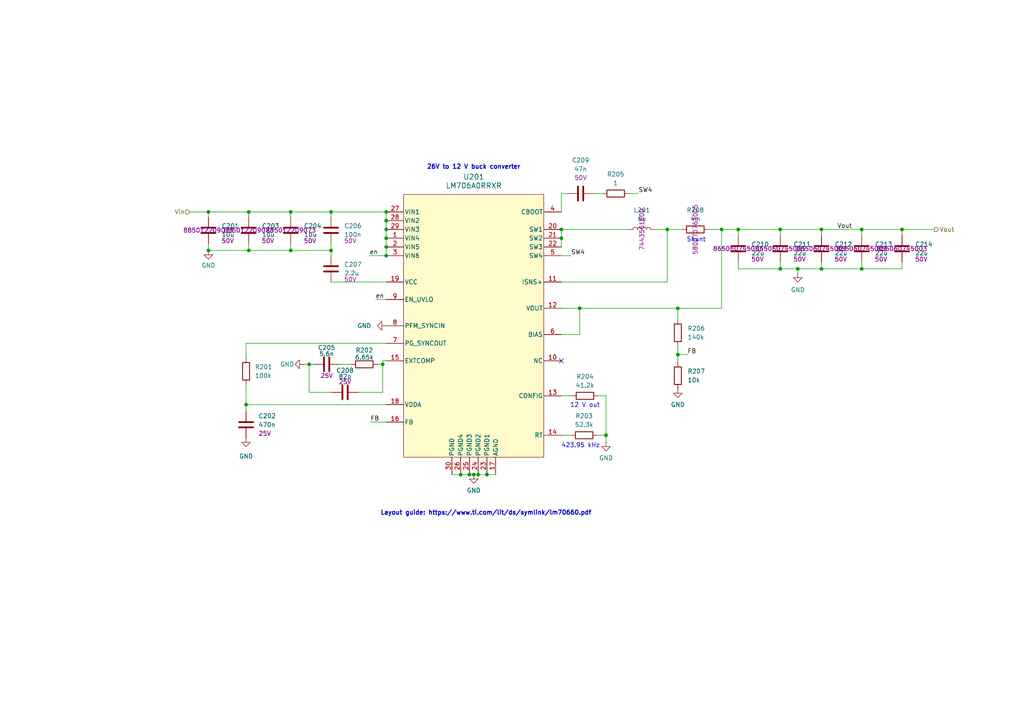
<source format=kicad_sch>
(kicad_sch (version 20250114) (generator "eeschema") (generator_version "9.0")
  (paper "A4")
  (lib_symbols
    (symbol "Device:C" (pin_numbers (hide yes)) (pin_names (offset 0.254))
      (property "Reference" "C" (at 0.635 2.54 0))
      (property "Value" "C" (at 0.635 -2.54 0))
      (symbol "C_0_1"
        (polyline (pts (xy -2.032 0.762) (xy 2.032 0.762)) (stroke (width 0.508)))
        (polyline (pts (xy -2.032 -0.762) (xy 2.032 -0.762)) (stroke (width 0.508)))
      )
      (symbol "C_1_1"
        (pin passive line (at 0 3.81 270) (length 2.794) (name "~") (number "1"))
        (pin passive line (at 0 -3.81 90) (length 2.794) (name "~") (number "2"))
      )
    )
    (symbol "Device:L" (pin_numbers (hide yes)) (pin_names (offset 1.016) (hide yes))
      (property "Reference" "L" (at -1.27 0 90))
      (property "Value" "L" (at 1.905 0 90))
      (symbol "L_0_1"
        (arc (start 0 2.54) (mid 0.6323 1.905) (end 0 1.27))
        (arc (start 0 1.27) (mid 0.6323 0.635) (end 0 0))
        (arc (start 0 0) (mid 0.6323 -0.635) (end 0 -1.27))
        (arc (start 0 -1.27) (mid 0.6323 -1.905) (end 0 -2.54))
      )
      (symbol "L_1_1"
        (pin passive line (at 0 3.81 270) (length 1.27) (name "1") (number "1"))
        (pin passive line (at 0 -3.81 90) (length 1.27) (name "2") (number "2"))
      )
    )
    (symbol "Device:R" (pin_numbers (hide yes)) (pin_names (offset 0))
      (property "Reference" "R" (at 2.032 0 90))
      (property "Value" "R" (at 0 0 90))
      (symbol "R_0_1"
        (rectangle (start -1.016 -2.54) (end 1.016 2.54) (stroke (width 0.254)))
      )
      (symbol "R_1_1"
        (pin passive line (at 0 3.81 270) (length 1.27) (name "~") (number "1"))
        (pin passive line (at 0 -3.81 90) (length 1.27) (name "~") (number "2"))
      )
    )
    (symbol "KTHFS:LM706A0RRXR" (pin_names (offset 0.254))
      (property "Reference" "U" (at 0 2.54 0))
      (property "Value" "LM706A0RRXR" (at 0 0 0))
      (symbol "LM706A0RRXR_0_1"
        (pin power_in line (at -1.27 0 0) (length 5.08) (name "VIN1") (number "27"))
        (pin power_in line (at -1.27 -2.54 0) (length 5.08) (name "VIN2") (number "28"))
        (pin power_in line (at -1.27 -5.08 0) (length 5.08) (name "VIN3") (number "29"))
        (pin power_in line (at -1.27 -7.62 0) (length 5.08) (name "VIN4") (number "1"))
        (pin power_in line (at -1.27 -10.16 0) (length 5.08) (name "VIN5") (number "2"))
        (pin power_in line (at -1.27 -12.7 0) (length 5.08) (name "VIN6") (number "3"))
        (pin power_in line (at -1.27 -20.32 0) (length 5.08) (name "VCC") (number "19"))
        (pin input line (at -1.27 -25.4 0) (length 5.08) (name "EN_UVLO") (number "9"))
        (pin input line (at -1.27 -33.02 0) (length 5.08) (name "PFM_SYNCIN") (number "8"))
        (pin output line (at -1.27 -38.1 0) (length 5.08) (name "PG_SYNCOUT") (number "7"))
        (pin unspecified line (at -1.27 -43.18 0) (length 5.08) (name "EXTCOMP") (number "15"))
        (pin power_in line (at -1.27 -55.88 0) (length 5.08) (name "VDDA") (number "18"))
        (pin unspecified line (at -1.27 -60.96 0) (length 5.08) (name "FB") (number "16"))
        (pin power_in line (at 17.78 -76.2 90) (length 5.08) (name "PGND") (number "30"))
        (pin power_in line (at 20.32 -76.2 90) (length 5.08) (name "PGND4") (number "26"))
        (pin power_in line (at 22.86 -76.2 90) (length 5.08) (name "PGND3") (number "25"))
        (pin power_in line (at 25.4 -76.2 90) (length 5.08) (name "PGND2") (number "24"))
        (pin power_in line (at 27.94 -76.2 90) (length 5.08) (name "PGND1") (number "23"))
        (pin power_in line (at 30.48 -76.2 90) (length 5.08) (name "AGND") (number "17"))
        (pin unspecified line (at 49.53 0 180) (length 5.08) (name "CBOOT") (number "4"))
        (pin unspecified line (at 49.53 -5.08 180) (length 5.08) (name "SW1") (number "20"))
        (pin unspecified line (at 49.53 -7.62 180) (length 5.08) (name "SW2") (number "21"))
        (pin unspecified line (at 49.53 -10.16 180) (length 5.08) (name "SW3") (number "22"))
        (pin unspecified line (at 49.53 -12.7 180) (length 5.08) (name "SW4") (number "5"))
        (pin unspecified line (at 49.53 -20.32 180) (length 5.08) (name "ISNS+") (number "11"))
        (pin unspecified line (at 49.53 -27.94 180) (length 5.08) (name "VOUT") (number "12"))
        (pin unspecified line (at 49.53 -35.56 180) (length 5.08) (name "BIAS") (number "6"))
        (pin unspecified line (at 49.53 -43.18 180) (length 5.08) (name "NC") (number "10"))
        (pin input line (at 49.53 -53.34 180) (length 5.08) (name "CONFIG") (number "13"))
        (pin unspecified line (at 49.53 -64.77 180) (length 5.08) (name "RT") (number "14"))
      )
      (symbol "LM706A0RRXR_1_1"
        (rectangle (start 3.81 5.08) (end 44.45 -71.12) (fill (type color) (color 255 251 202 1)))
      )
    )
    (symbol "power:GND" (power) (pin_numbers (hide yes)) (pin_names (offset 0) (hide yes))
      (property "Value" "GND" (at 0 -3.81 0))
      (symbol "GND_0_1"
        (polyline (pts (xy 0 0) (xy 0 -1.27) (xy 1.27 -1.27) (xy 0 -2.54) (xy -1.27 -1.27) (xy 0 -1.27)))
      )
      (symbol "GND_1_1"
        (pin power_in line (at 0 0 270) (length 0) (name "~") (number "1"))
      )
    )
  )
  (text "Shunt" (at 201.93 69.596 0) (effects (font (size 1.27 1.27) (thickness 0.1588))))
  (text "26V to 12 V buck converter" (at 137.414 48.514 0) (effects (font (size 1.27 1.27) (thickness 0.254) (bold yes))))
  (text "Layout guide: https://www.ti.com/lit/ds/symlink/lm70660.pdf" (at 140.97 148.844 0) (effects (font (size 1.27 1.27) (thickness 0.254) (bold yes))))
  (text "423.95 kHz" (at 168.402 129.286 0) (effects (font (size 1.27 1.27) (thickness 0.1588))))
  (text "12 V out" (at 169.672 117.602 0) (effects (font (size 1.27 1.27) (thickness 0.1588))))
  (junction (at 112.014 64.008))
  (junction (at 133.604 137.668))
  (junction (at 261.62 66.548))
  (junction (at 60.452 72.644))
  (junction (at 89.662 105.664))
  (junction (at 162.814 69.088))
  (junction (at 96.012 61.468))
  (junction (at 162.814 66.548))
  (junction (at 71.374 117.348))
  (junction (at 175.768 126.238))
  (junction (at 209.296 66.548))
  (junction (at 112.014 71.628))
  (junction (at 226.314 77.978))
  (junction (at 138.684 137.668))
  (junction (at 112.014 66.548))
  (junction (at 84.328 72.644))
  (junction (at 196.596 89.408))
  (junction (at 249.936 77.978))
  (junction (at 110.998 105.664))
  (junction (at 238.252 77.978))
  (junction (at 193.548 66.548))
  (junction (at 136.144 137.668))
  (junction (at 226.314 66.548))
  (junction (at 238.252 66.548))
  (junction (at 231.394 77.978))
  (junction (at 249.936 66.548))
  (junction (at 72.136 61.468))
  (junction (at 168.148 89.408))
  (junction (at 137.414 137.668))
  (junction (at 84.328 61.468))
  (junction (at 72.136 72.644))
  (junction (at 96.012 72.644))
  (junction (at 112.014 74.168))
  (junction (at 60.452 61.468))
  (junction (at 141.224 137.668))
  (junction (at 112.014 69.088))
  (junction (at 112.014 61.468))
  (junction (at 214.122 66.548))
  (junction (at 196.596 102.87))
  (no_connect (at 162.814 104.648))
  (wire (pts (xy 101.854 105.664) (xy 98.552 105.664)))
  (wire (pts (xy 72.136 61.468) (xy 84.328 61.468)))
  (wire (pts (xy 175.768 114.808) (xy 175.768 126.238)))
  (wire (pts (xy 238.252 66.548) (xy 238.252 68.326)))
  (wire (pts (xy 226.314 77.978) (xy 214.122 77.978)))
  (wire (pts (xy 107.442 122.428) (xy 112.014 122.428)))
  (wire (pts (xy 60.452 72.644) (xy 60.452 70.612)))
  (wire (pts (xy 185.166 56.134) (xy 182.372 56.134)))
  (wire (pts (xy 96.266 113.792) (xy 89.662 113.792)))
  (wire (pts (xy 84.328 61.468) (xy 96.012 61.468)))
  (wire (pts (xy 71.374 117.348) (xy 112.014 117.348)))
  (wire (pts (xy 112.014 99.568) (xy 71.374 99.568)))
  (wire (pts (xy 136.144 137.668) (xy 137.414 137.668)))
  (wire (pts (xy 175.768 126.238) (xy 173.228 126.238)))
  (wire (pts (xy 108.966 86.868) (xy 112.014 86.868)))
  (wire (pts (xy 196.596 102.87) (xy 196.596 105.156)))
  (wire (pts (xy 214.122 66.548) (xy 226.314 66.548)))
  (wire (pts (xy 112.014 64.008) (xy 112.014 66.548)))
  (wire (pts (xy 133.604 137.668) (xy 136.144 137.668)))
  (wire (pts (xy 162.814 66.548) (xy 162.814 69.088)))
  (wire (pts (xy 141.224 137.668) (xy 143.764 137.668)))
  (wire (pts (xy 162.814 97.028) (xy 168.148 97.028)))
  (wire (pts (xy 96.012 81.788) (xy 112.014 81.788)))
  (wire (pts (xy 84.328 72.644) (xy 84.328 70.612)))
  (wire (pts (xy 226.314 77.978) (xy 231.394 77.978)))
  (wire (pts (xy 162.814 81.788) (xy 193.548 81.788)))
  (wire (pts (xy 261.62 66.548) (xy 261.62 68.326)))
  (wire (pts (xy 71.374 99.568) (xy 71.374 103.886)))
  (wire (pts (xy 110.998 104.648) (xy 112.014 104.648)))
  (wire (pts (xy 112.014 71.628) (xy 112.014 74.168)))
  (wire (pts (xy 226.314 77.978) (xy 226.314 75.946)))
  (wire (pts (xy 238.252 66.548) (xy 249.936 66.548)))
  (wire (pts (xy 71.374 117.348) (xy 71.374 119.38)))
  (wire (pts (xy 110.998 105.664) (xy 110.998 104.648)))
  (wire (pts (xy 162.814 66.548) (xy 182.372 66.548)))
  (wire (pts (xy 109.474 105.664) (xy 110.998 105.664)))
  (wire (pts (xy 60.452 61.468) (xy 60.452 62.992)))
  (wire (pts (xy 226.314 66.548) (xy 238.252 66.548)))
  (wire (pts (xy 168.148 89.408) (xy 162.814 89.408)))
  (wire (pts (xy 84.328 61.468) (xy 84.328 62.992)))
  (wire (pts (xy 60.452 72.644) (xy 72.136 72.644)))
  (wire (pts (xy 72.136 61.468) (xy 72.136 62.992)))
  (wire (pts (xy 89.662 105.664) (xy 88.138 105.664)))
  (wire (pts (xy 72.136 72.644) (xy 84.328 72.644)))
  (wire (pts (xy 131.064 137.668) (xy 133.604 137.668)))
  (wire (pts (xy 162.814 69.088) (xy 162.814 71.628)))
  (wire (pts (xy 196.596 89.408) (xy 196.596 92.71)))
  (wire (pts (xy 209.296 89.408) (xy 196.596 89.408)))
  (wire (pts (xy 162.814 56.134) (xy 162.814 61.468)))
  (wire (pts (xy 168.148 97.028) (xy 168.148 89.408)))
  (wire (pts (xy 249.936 77.978) (xy 249.936 75.946)))
  (wire (pts (xy 238.252 77.978) (xy 249.936 77.978)))
  (wire (pts (xy 138.684 137.668) (xy 141.224 137.668)))
  (wire (pts (xy 90.932 105.664) (xy 89.662 105.664)))
  (wire (pts (xy 164.592 56.134) (xy 162.814 56.134)))
  (wire (pts (xy 96.012 74.168) (xy 96.012 72.644)))
  (wire (pts (xy 84.328 72.644) (xy 96.012 72.644)))
  (wire (pts (xy 112.014 66.548) (xy 112.014 69.088)))
  (wire (pts (xy 96.012 61.468) (xy 112.014 61.468)))
  (wire (pts (xy 162.814 126.238) (xy 165.608 126.238)))
  (wire (pts (xy 226.314 66.548) (xy 226.314 68.326)))
  (wire (pts (xy 205.486 66.548) (xy 209.296 66.548)))
  (wire (pts (xy 137.414 137.668) (xy 138.684 137.668)))
  (wire (pts (xy 196.596 100.33) (xy 196.596 102.87)))
  (wire (pts (xy 238.252 77.978) (xy 238.252 75.946)))
  (wire (pts (xy 173.482 114.808) (xy 175.768 114.808)))
  (wire (pts (xy 261.62 77.978) (xy 249.936 77.978)))
  (wire (pts (xy 162.814 114.808) (xy 165.862 114.808)))
  (wire (pts (xy 231.394 77.978) (xy 238.252 77.978)))
  (wire (pts (xy 193.548 81.788) (xy 193.548 66.548)))
  (wire (pts (xy 60.452 61.468) (xy 72.136 61.468)))
  (wire (pts (xy 72.136 72.644) (xy 72.136 70.612)))
  (wire (pts (xy 174.752 56.134) (xy 172.212 56.134)))
  (wire (pts (xy 231.394 79.248) (xy 231.394 77.978)))
  (wire (pts (xy 165.608 74.168) (xy 162.814 74.168)))
  (wire (pts (xy 189.992 66.548) (xy 193.548 66.548)))
  (wire (pts (xy 107.188 74.168) (xy 112.014 74.168)))
  (wire (pts (xy 196.596 102.87) (xy 199.39 102.87)))
  (wire (pts (xy 112.014 69.088) (xy 112.014 71.628)))
  (wire (pts (xy 209.296 66.548) (xy 209.296 89.408)))
  (wire (pts (xy 196.596 89.408) (xy 168.148 89.408)))
  (wire (pts (xy 103.886 113.792) (xy 110.998 113.792)))
  (wire (pts (xy 55.118 61.468) (xy 60.452 61.468)))
  (wire (pts (xy 96.012 61.468) (xy 96.012 62.992)))
  (wire (pts (xy 261.62 75.946) (xy 261.62 77.978)))
  (wire (pts (xy 249.936 66.548) (xy 249.936 68.326)))
  (wire (pts (xy 71.374 111.506) (xy 71.374 117.348)))
  (wire (pts (xy 89.662 113.792) (xy 89.662 105.664)))
  (wire (pts (xy 112.014 61.468) (xy 112.014 64.008)))
  (wire (pts (xy 214.122 66.548) (xy 209.296 66.548)))
  (wire (pts (xy 193.548 66.548) (xy 197.866 66.548)))
  (wire (pts (xy 110.998 105.664) (xy 110.998 113.792)))
  (wire (pts (xy 249.936 66.548) (xy 261.62 66.548)))
  (wire (pts (xy 175.768 128.27) (xy 175.768 126.238)))
  (wire (pts (xy 214.122 68.326) (xy 214.122 66.548)))
  (wire (pts (xy 261.62 66.548) (xy 271.018 66.548)))
  (wire (pts (xy 214.122 77.978) (xy 214.122 75.946)))
  (wire (pts (xy 96.012 72.644) (xy 96.012 70.612)))
  (label "SW4" (at 165.608 74.168 0))
  (label "en" (at 107.188 74.168 0))
  (label "Vout" (at 242.824 66.548 0))
  (label "FB" (at 199.39 102.87 0))
  (label "FB" (at 107.442 122.428 0))
  (label "en" (at 108.966 86.868 0))
  (label "SW4" (at 185.166 56.134 0))
  (hierarchical_label "Vin" (shape input) (at 55.118 61.468 180))
  (hierarchical_label "Vout" (shape output) (at 271.018 66.548 0))
  (symbol (lib_id "Device:C") (at 100.076 113.792 270) (unit 1)
    (property "Reference" "C208" (at 100.076 107.442 90))
    (property "Value" "82p" (at 100.076 109.22 90))
    (property "Footprint" "Capacitor_SMD:C_0603_1608Metric" (effects (hide yes)))
    (property "Description" "25V" (at 100.076 110.744 90))
  )
  (symbol (lib_id "power:GND") (at 60.452 72.644 0) (unit 1)
    (property "Reference" "#PWR0201" (effects (hide yes)))
    (property "Value" "GND" (at 60.452 76.962 0))
    (property "Description" "Power symbol creates a global label with name \"GND\" , ground" (effects (hide yes)))
  )
  (symbol (lib_id "power:GND") (at 112.014 94.488 270) (unit 1)
    (property "Reference" "#PWR0204" (effects (hide yes)))
    (property "Value" "GND" (at 107.696 94.4879 90) (effects (justify right)))
    (property "Description" "Power symbol creates a global label with name \"GND\" , ground" (effects (hide yes)))
  )
  (symbol (lib_id "power:GND") (at 196.596 112.776 0) (unit 1)
    (property "Reference" "#PWR0207" (effects (hide yes)))
    (property "Value" "GND" (at 196.596 117.348 0))
    (property "Description" "Power symbol creates a global label with name \"GND\" , ground" (effects (hide yes)))
  )
  (symbol (lib_id "Device:R") (at 178.562 56.134 270) (unit 1)
    (property "Reference" "R205" (at 178.562 50.546 90))
    (property "Value" "1" (at 178.562 53.086 90))
    (property "Footprint" "Resistor_SMD:R_0603_1608Metric" (effects (hide yes)))
    (property "Description" "Resistor" (effects (hide yes)))
  )
  (symbol (lib_id "power:GND") (at 137.414 137.668 0) (unit 1)
    (property "Reference" "#PWR0205" (effects (hide yes)))
    (property "Value" "GND" (at 137.414 142.24 0))
    (property "Description" "Power symbol creates a global label with name \"GND\" , ground" (effects (hide yes)))
  )
  (symbol (lib_id "Device:C") (at 214.122 72.136 0) (unit 1)
    (property "Reference" "C210" (at 217.932 70.8659 0) (effects (justify left)))
    (property "Value" "22u" (at 217.932 73.4059 0) (effects (justify left)))
    (property "Footprint" "Capacitor_SMD:CP_Elec_6.3x7.7" (effects (hide yes)))
    (property "Description" "50V" (at 219.71 75.184 0))
    (property "Part Number" "865060745003" (at 214.122 72.136 0))
  )
  (symbol (lib_id "Device:C") (at 249.936 72.136 0) (unit 1)
    (property "Reference" "C213" (at 253.746 70.8659 0) (effects (justify left)))
    (property "Value" "22u" (at 253.746 73.4059 0) (effects (justify left)))
    (property "Footprint" "Capacitor_SMD:CP_Elec_6.3x7.7" (effects (hide yes)))
    (property "Description" "50V" (at 255.524 75.184 0))
    (property "Part Number" "865060745003" (at 249.936 72.136 0))
  )
  (symbol (lib_id "Device:C") (at 96.012 66.802 0) (unit 1)
    (property "Reference" "C206" (at 99.822 65.5319 0) (effects (justify left)))
    (property "Value" "100n" (at 99.822 68.0719 0) (effects (justify left)))
    (property "Footprint" "Capacitor_SMD:C_0603_1608Metric" (effects (hide yes)))
    (property "Description" "50V" (at 101.6 69.85 0))
  )
  (symbol (lib_id "Device:L") (at 186.182 66.548 90) (unit 1)
    (property "Reference" "L201" (at 186.182 60.96 90))
    (property "Value" "6u" (at 186.182 63.5 90))
    (property "Footprint" "KTHFS:L_Wurth_WE-HCI-1365" (effects (hide yes)))
    (property "Description" "Inductor" (effects (hide yes)))
    (property "Part Number" "7443551600" (at 186.182 66.548 0))
  )
  (symbol (lib_id "KTHFS:LM706A0RRXR") (at 113.284 61.468 0) (unit 1)
    (property "Reference" "U201" (at 137.414 51.308 0) (effects (font (size 1.524 1.524))))
    (property "Value" "LM706A0RRXR" (at 137.414 53.848 0) (effects (font (size 1.524 1.524))))
    (property "Footprint" "KTHFS:RRX0029B-MFG" (effects (hide yes)))
    (property "Datasheet" "https://www.ti.com/lit/gpn/lm706a0" (effects (hide yes)))
  )
  (symbol (lib_id "Device:C") (at 168.402 56.134 90) (unit 1)
    (property "Reference" "C209" (at 168.402 46.482 90))
    (property "Value" "47n" (at 168.402 49.022 90))
    (property "Footprint" "Capacitor_SMD:C_0603_1608Metric" (effects (hide yes)))
    (property "Description" "50V" (at 168.402 51.562 90))
  )
  (symbol (lib_id "Device:C") (at 96.012 77.978 0) (unit 1)
    (property "Reference" "C207" (at 99.822 76.7079 0) (effects (justify left)))
    (property "Value" "2.2u" (at 99.822 79.2479 0) (effects (justify left)))
    (property "Footprint" "Capacitor_SMD:C_1210_3225Metric" (effects (hide yes)))
    (property "Description" "50V" (at 101.6 81.026 0))
  )
  (symbol (lib_id "Device:C") (at 60.452 66.802 0) (unit 1)
    (property "Reference" "C201" (at 64.262 65.5319 0) (effects (justify left)))
    (property "Value" "10u" (at 64.262 68.0719 0) (effects (justify left)))
    (property "Footprint" "Capacitor_SMD:C_1210_3225Metric" (effects (hide yes)))
    (property "Description" "50V" (at 66.04 69.85 0))
    (property "Part Number" "885012209073" (at 60.452 66.802 0))
  )
  (symbol (lib_id "Device:C") (at 261.62 72.136 0) (unit 1)
    (property "Reference" "C214" (at 265.43 70.8659 0) (effects (justify left)))
    (property "Value" "22u" (at 265.43 73.4059 0) (effects (justify left)))
    (property "Footprint" "Capacitor_SMD:CP_Elec_6.3x7.7" (effects (hide yes)))
    (property "Description" "50V" (at 267.208 75.184 0))
    (property "Part Number" "865060745003" (at 261.62 72.136 0))
  )
  (symbol (lib_id "Device:R") (at 71.374 107.696 0) (unit 1)
    (property "Reference" "R201" (at 73.914 106.4259 0) (effects (justify left)))
    (property "Value" "100k" (at 73.914 108.9659 0) (effects (justify left)))
    (property "Footprint" "Resistor_SMD:R_0603_1608Metric" (effects (hide yes)))
    (property "Description" "Resistor" (effects (hide yes)))
  )
  (symbol (lib_id "power:GND") (at 175.768 128.27 0) (unit 1)
    (property "Reference" "#PWR0206" (effects (hide yes)))
    (property "Value" "GND" (at 175.768 132.842 0))
    (property "Description" "Power symbol creates a global label with name \"GND\" , ground" (effects (hide yes)))
  )
  (symbol (lib_id "Device:C") (at 84.328 66.802 0) (unit 1)
    (property "Reference" "C204" (at 88.138 65.5319 0) (effects (justify left)))
    (property "Value" "10u" (at 88.138 68.0719 0) (effects (justify left)))
    (property "Footprint" "Capacitor_SMD:C_1210_3225Metric" (effects (hide yes)))
    (property "Description" "50V" (at 89.916 69.85 0))
    (property "Part Number" "885012209073" (at 84.328 66.802 0))
  )
  (symbol (lib_id "Device:R") (at 105.664 105.664 90) (unit 1)
    (property "Reference" "R202" (at 105.664 101.6 90))
    (property "Value" "6.65k" (at 105.664 103.632 90))
    (property "Footprint" "Resistor_SMD:R_0603_1608Metric" (effects (hide yes)))
    (property "Description" "Resistor" (effects (hide yes)))
  )
  (symbol (lib_id "Device:R") (at 169.672 114.808 270) (unit 1)
    (property "Reference" "R204" (at 169.672 109.22 90))
    (property "Value" "41.2k" (at 169.672 111.76 90))
    (property "Footprint" "Resistor_SMD:R_0603_1608Metric" (effects (hide yes)))
    (property "Description" "Resistor" (effects (hide yes)))
  )
  (symbol (lib_id "power:GND") (at 71.374 127 0) (unit 1)
    (property "Reference" "#PWR0202" (effects (hide yes)))
    (property "Value" "GND" (at 71.374 132.334 0))
    (property "Description" "Power symbol creates a global label with name \"GND\" , ground" (effects (hide yes)))
  )
  (symbol (lib_id "Device:C") (at 238.252 72.136 0) (unit 1)
    (property "Reference" "C212" (at 242.062 70.8659 0) (effects (justify left)))
    (property "Value" "22u" (at 242.062 73.4059 0) (effects (justify left)))
    (property "Footprint" "Capacitor_SMD:CP_Elec_6.3x7.7" (effects (hide yes)))
    (property "Description" "50V" (at 243.84 75.184 0))
    (property "Part Number" "865060745003" (at 238.252 72.136 0))
  )
  (symbol (lib_id "Device:C") (at 94.742 105.664 270) (unit 1)
    (property "Reference" "C205" (at 94.742 100.838 90))
    (property "Value" "5.6n" (at 94.742 102.616 90))
    (property "Footprint" "Capacitor_SMD:C_0603_1608Metric" (effects (hide yes)))
    (property "Description" "25V" (at 94.742 108.966 90))
  )
  (symbol (lib_id "Device:C") (at 71.374 123.19 0) (unit 1)
    (property "Reference" "C202" (at 74.93 120.6499 0) (effects (justify left)))
    (property "Value" "470n" (at 74.93 123.1899 0) (effects (justify left)))
    (property "Footprint" "Capacitor_SMD:C_0603_1608Metric" (effects (hide yes)))
    (property "Description" "25V" (at 74.93 125.7299 0) (effects (justify left)))
  )
  (symbol (lib_id "power:GND") (at 231.394 79.248 0) (unit 1)
    (property "Reference" "#PWR0208" (effects (hide yes)))
    (property "Value" "GND" (at 231.394 84.074 0))
    (property "Description" "Power symbol creates a global label with name \"GND\" , ground" (effects (hide yes)))
  )
  (symbol (lib_id "Device:R") (at 169.418 126.238 270) (unit 1)
    (property "Reference" "R203" (at 169.418 120.65 90))
    (property "Value" "52.3k" (at 169.418 123.19 90))
    (property "Footprint" "Resistor_SMD:R_0603_1608Metric" (effects (hide yes)))
    (property "Description" "Resistor" (effects (hide yes)))
  )
  (symbol (lib_id "Device:C") (at 72.136 66.802 0) (unit 1)
    (property "Reference" "C203" (at 75.946 65.5319 0) (effects (justify left)))
    (property "Value" "10u" (at 75.946 68.0719 0) (effects (justify left)))
    (property "Footprint" "Capacitor_SMD:C_1210_3225Metric" (effects (hide yes)))
    (property "Description" "50V" (at 77.724 69.85 0))
    (property "Part Number" "885012209073" (at 72.136 66.802 0))
  )
  (symbol (lib_id "Device:R") (at 196.596 96.52 0) (unit 1)
    (property "Reference" "R206" (at 199.39 95.2499 0) (effects (justify left)))
    (property "Value" "140k" (at 199.39 97.7899 0) (effects (justify left)))
    (property "Footprint" "Resistor_SMD:R_0603_1608Metric" (effects (hide yes)))
    (property "Description" "Resistor" (effects (hide yes)))
  )
  (symbol (lib_id "Device:R") (at 196.596 108.966 0) (unit 1)
    (property "Reference" "R207" (at 199.39 107.6959 0) (effects (justify left)))
    (property "Value" "10k" (at 199.39 110.2359 0) (effects (justify left)))
    (property "Footprint" "Resistor_SMD:R_0603_1608Metric" (effects (hide yes)))
    (property "Description" "Resistor" (effects (hide yes)))
  )
  (symbol (lib_id "power:GND") (at 88.138 105.664 270) (unit 1)
    (property "Reference" "#PWR0203" (effects (hide yes)))
    (property "Value" "GND" (at 85.344 105.664 90) (effects (justify right)))
    (property "Description" "Power symbol creates a global label with name \"GND\" , ground" (effects (hide yes)))
  )
  (symbol (lib_id "Device:C") (at 226.314 72.136 0) (unit 1)
    (property "Reference" "C211" (at 230.124 70.8659 0) (effects (justify left)))
    (property "Value" "22u" (at 230.124 73.4059 0) (effects (justify left)))
    (property "Footprint" "Capacitor_SMD:CP_Elec_6.3x7.7" (effects (hide yes)))
    (property "Description" "50V" (at 231.902 75.184 0))
    (property "Part Number" "865060745003" (at 226.314 72.136 0))
  )
  (symbol (lib_id "Device:R") (at 201.676 66.548 90) (unit 1)
    (property "Reference" "R208" (at 201.676 60.96 90))
    (property "Value" "4m" (at 201.676 63.5 90))
    (property "Footprint" "Resistor_SMD:R_2512_6332Metric" (effects (hide yes)))
    (property "Description" "Resistor" (effects (hide yes)))
    (property "Part Number" "580070763005" (at 201.676 66.548 0))
  )
)
</source>
